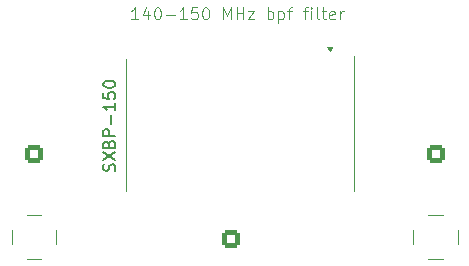
<source format=gto>
G04 #@! TF.GenerationSoftware,KiCad,Pcbnew,8.0.3*
G04 #@! TF.CreationDate,2024-07-11T10:58:03+02:00*
G04 #@! TF.ProjectId,145MHz_BPF,3134354d-487a-45f4-9250-462e6b696361,rev?*
G04 #@! TF.SameCoordinates,Original*
G04 #@! TF.FileFunction,Legend,Top*
G04 #@! TF.FilePolarity,Positive*
%FSLAX46Y46*%
G04 Gerber Fmt 4.6, Leading zero omitted, Abs format (unit mm)*
G04 Created by KiCad (PCBNEW 8.0.3) date 2024-07-11 10:58:03*
%MOMM*%
%LPD*%
G01*
G04 APERTURE LIST*
G04 Aperture macros list*
%AMRoundRect*
0 Rectangle with rounded corners*
0 $1 Rounding radius*
0 $2 $3 $4 $5 $6 $7 $8 $9 X,Y pos of 4 corners*
0 Add a 4 corners polygon primitive as box body*
4,1,4,$2,$3,$4,$5,$6,$7,$8,$9,$2,$3,0*
0 Add four circle primitives for the rounded corners*
1,1,$1+$1,$2,$3*
1,1,$1+$1,$4,$5*
1,1,$1+$1,$6,$7*
1,1,$1+$1,$8,$9*
0 Add four rect primitives between the rounded corners*
20,1,$1+$1,$2,$3,$4,$5,0*
20,1,$1+$1,$4,$5,$6,$7,0*
20,1,$1+$1,$6,$7,$8,$9,0*
20,1,$1+$1,$8,$9,$2,$3,0*%
G04 Aperture macros list end*
%ADD10C,0.150000*%
%ADD11C,0.100000*%
%ADD12C,0.120000*%
%ADD13R,1.524000X1.397000*%
%ADD14C,1.240000*%
%ADD15RoundRect,0.250000X-0.550000X-0.550000X0.550000X-0.550000X0.550000X0.550000X-0.550000X0.550000X0*%
G04 APERTURE END LIST*
D10*
X94822200Y-61210839D02*
X94869819Y-61067982D01*
X94869819Y-61067982D02*
X94869819Y-60829887D01*
X94869819Y-60829887D02*
X94822200Y-60734649D01*
X94822200Y-60734649D02*
X94774580Y-60687030D01*
X94774580Y-60687030D02*
X94679342Y-60639411D01*
X94679342Y-60639411D02*
X94584104Y-60639411D01*
X94584104Y-60639411D02*
X94488866Y-60687030D01*
X94488866Y-60687030D02*
X94441247Y-60734649D01*
X94441247Y-60734649D02*
X94393628Y-60829887D01*
X94393628Y-60829887D02*
X94346009Y-61020363D01*
X94346009Y-61020363D02*
X94298390Y-61115601D01*
X94298390Y-61115601D02*
X94250771Y-61163220D01*
X94250771Y-61163220D02*
X94155533Y-61210839D01*
X94155533Y-61210839D02*
X94060295Y-61210839D01*
X94060295Y-61210839D02*
X93965057Y-61163220D01*
X93965057Y-61163220D02*
X93917438Y-61115601D01*
X93917438Y-61115601D02*
X93869819Y-61020363D01*
X93869819Y-61020363D02*
X93869819Y-60782268D01*
X93869819Y-60782268D02*
X93917438Y-60639411D01*
X93869819Y-60306077D02*
X94869819Y-59639411D01*
X93869819Y-59639411D02*
X94869819Y-60306077D01*
X94346009Y-58925125D02*
X94393628Y-58782268D01*
X94393628Y-58782268D02*
X94441247Y-58734649D01*
X94441247Y-58734649D02*
X94536485Y-58687030D01*
X94536485Y-58687030D02*
X94679342Y-58687030D01*
X94679342Y-58687030D02*
X94774580Y-58734649D01*
X94774580Y-58734649D02*
X94822200Y-58782268D01*
X94822200Y-58782268D02*
X94869819Y-58877506D01*
X94869819Y-58877506D02*
X94869819Y-59258458D01*
X94869819Y-59258458D02*
X93869819Y-59258458D01*
X93869819Y-59258458D02*
X93869819Y-58925125D01*
X93869819Y-58925125D02*
X93917438Y-58829887D01*
X93917438Y-58829887D02*
X93965057Y-58782268D01*
X93965057Y-58782268D02*
X94060295Y-58734649D01*
X94060295Y-58734649D02*
X94155533Y-58734649D01*
X94155533Y-58734649D02*
X94250771Y-58782268D01*
X94250771Y-58782268D02*
X94298390Y-58829887D01*
X94298390Y-58829887D02*
X94346009Y-58925125D01*
X94346009Y-58925125D02*
X94346009Y-59258458D01*
X94869819Y-58258458D02*
X93869819Y-58258458D01*
X93869819Y-58258458D02*
X93869819Y-57877506D01*
X93869819Y-57877506D02*
X93917438Y-57782268D01*
X93917438Y-57782268D02*
X93965057Y-57734649D01*
X93965057Y-57734649D02*
X94060295Y-57687030D01*
X94060295Y-57687030D02*
X94203152Y-57687030D01*
X94203152Y-57687030D02*
X94298390Y-57734649D01*
X94298390Y-57734649D02*
X94346009Y-57782268D01*
X94346009Y-57782268D02*
X94393628Y-57877506D01*
X94393628Y-57877506D02*
X94393628Y-58258458D01*
X94488866Y-57258458D02*
X94488866Y-56496554D01*
X94869819Y-55496554D02*
X94869819Y-56067982D01*
X94869819Y-55782268D02*
X93869819Y-55782268D01*
X93869819Y-55782268D02*
X94012676Y-55877506D01*
X94012676Y-55877506D02*
X94107914Y-55972744D01*
X94107914Y-55972744D02*
X94155533Y-56067982D01*
X93869819Y-54591792D02*
X93869819Y-55067982D01*
X93869819Y-55067982D02*
X94346009Y-55115601D01*
X94346009Y-55115601D02*
X94298390Y-55067982D01*
X94298390Y-55067982D02*
X94250771Y-54972744D01*
X94250771Y-54972744D02*
X94250771Y-54734649D01*
X94250771Y-54734649D02*
X94298390Y-54639411D01*
X94298390Y-54639411D02*
X94346009Y-54591792D01*
X94346009Y-54591792D02*
X94441247Y-54544173D01*
X94441247Y-54544173D02*
X94679342Y-54544173D01*
X94679342Y-54544173D02*
X94774580Y-54591792D01*
X94774580Y-54591792D02*
X94822200Y-54639411D01*
X94822200Y-54639411D02*
X94869819Y-54734649D01*
X94869819Y-54734649D02*
X94869819Y-54972744D01*
X94869819Y-54972744D02*
X94822200Y-55067982D01*
X94822200Y-55067982D02*
X94774580Y-55115601D01*
X93869819Y-53925125D02*
X93869819Y-53829887D01*
X93869819Y-53829887D02*
X93917438Y-53734649D01*
X93917438Y-53734649D02*
X93965057Y-53687030D01*
X93965057Y-53687030D02*
X94060295Y-53639411D01*
X94060295Y-53639411D02*
X94250771Y-53591792D01*
X94250771Y-53591792D02*
X94488866Y-53591792D01*
X94488866Y-53591792D02*
X94679342Y-53639411D01*
X94679342Y-53639411D02*
X94774580Y-53687030D01*
X94774580Y-53687030D02*
X94822200Y-53734649D01*
X94822200Y-53734649D02*
X94869819Y-53829887D01*
X94869819Y-53829887D02*
X94869819Y-53925125D01*
X94869819Y-53925125D02*
X94822200Y-54020363D01*
X94822200Y-54020363D02*
X94774580Y-54067982D01*
X94774580Y-54067982D02*
X94679342Y-54115601D01*
X94679342Y-54115601D02*
X94488866Y-54163220D01*
X94488866Y-54163220D02*
X94250771Y-54163220D01*
X94250771Y-54163220D02*
X94060295Y-54115601D01*
X94060295Y-54115601D02*
X93965057Y-54067982D01*
X93965057Y-54067982D02*
X93917438Y-54020363D01*
X93917438Y-54020363D02*
X93869819Y-53925125D01*
D11*
X96827693Y-48372419D02*
X96256265Y-48372419D01*
X96541979Y-48372419D02*
X96541979Y-47372419D01*
X96541979Y-47372419D02*
X96446741Y-47515276D01*
X96446741Y-47515276D02*
X96351503Y-47610514D01*
X96351503Y-47610514D02*
X96256265Y-47658133D01*
X97684836Y-47705752D02*
X97684836Y-48372419D01*
X97446741Y-47324800D02*
X97208646Y-48039085D01*
X97208646Y-48039085D02*
X97827693Y-48039085D01*
X98399122Y-47372419D02*
X98494360Y-47372419D01*
X98494360Y-47372419D02*
X98589598Y-47420038D01*
X98589598Y-47420038D02*
X98637217Y-47467657D01*
X98637217Y-47467657D02*
X98684836Y-47562895D01*
X98684836Y-47562895D02*
X98732455Y-47753371D01*
X98732455Y-47753371D02*
X98732455Y-47991466D01*
X98732455Y-47991466D02*
X98684836Y-48181942D01*
X98684836Y-48181942D02*
X98637217Y-48277180D01*
X98637217Y-48277180D02*
X98589598Y-48324800D01*
X98589598Y-48324800D02*
X98494360Y-48372419D01*
X98494360Y-48372419D02*
X98399122Y-48372419D01*
X98399122Y-48372419D02*
X98303884Y-48324800D01*
X98303884Y-48324800D02*
X98256265Y-48277180D01*
X98256265Y-48277180D02*
X98208646Y-48181942D01*
X98208646Y-48181942D02*
X98161027Y-47991466D01*
X98161027Y-47991466D02*
X98161027Y-47753371D01*
X98161027Y-47753371D02*
X98208646Y-47562895D01*
X98208646Y-47562895D02*
X98256265Y-47467657D01*
X98256265Y-47467657D02*
X98303884Y-47420038D01*
X98303884Y-47420038D02*
X98399122Y-47372419D01*
X99161027Y-47991466D02*
X99922932Y-47991466D01*
X100922931Y-48372419D02*
X100351503Y-48372419D01*
X100637217Y-48372419D02*
X100637217Y-47372419D01*
X100637217Y-47372419D02*
X100541979Y-47515276D01*
X100541979Y-47515276D02*
X100446741Y-47610514D01*
X100446741Y-47610514D02*
X100351503Y-47658133D01*
X101827693Y-47372419D02*
X101351503Y-47372419D01*
X101351503Y-47372419D02*
X101303884Y-47848609D01*
X101303884Y-47848609D02*
X101351503Y-47800990D01*
X101351503Y-47800990D02*
X101446741Y-47753371D01*
X101446741Y-47753371D02*
X101684836Y-47753371D01*
X101684836Y-47753371D02*
X101780074Y-47800990D01*
X101780074Y-47800990D02*
X101827693Y-47848609D01*
X101827693Y-47848609D02*
X101875312Y-47943847D01*
X101875312Y-47943847D02*
X101875312Y-48181942D01*
X101875312Y-48181942D02*
X101827693Y-48277180D01*
X101827693Y-48277180D02*
X101780074Y-48324800D01*
X101780074Y-48324800D02*
X101684836Y-48372419D01*
X101684836Y-48372419D02*
X101446741Y-48372419D01*
X101446741Y-48372419D02*
X101351503Y-48324800D01*
X101351503Y-48324800D02*
X101303884Y-48277180D01*
X102494360Y-47372419D02*
X102589598Y-47372419D01*
X102589598Y-47372419D02*
X102684836Y-47420038D01*
X102684836Y-47420038D02*
X102732455Y-47467657D01*
X102732455Y-47467657D02*
X102780074Y-47562895D01*
X102780074Y-47562895D02*
X102827693Y-47753371D01*
X102827693Y-47753371D02*
X102827693Y-47991466D01*
X102827693Y-47991466D02*
X102780074Y-48181942D01*
X102780074Y-48181942D02*
X102732455Y-48277180D01*
X102732455Y-48277180D02*
X102684836Y-48324800D01*
X102684836Y-48324800D02*
X102589598Y-48372419D01*
X102589598Y-48372419D02*
X102494360Y-48372419D01*
X102494360Y-48372419D02*
X102399122Y-48324800D01*
X102399122Y-48324800D02*
X102351503Y-48277180D01*
X102351503Y-48277180D02*
X102303884Y-48181942D01*
X102303884Y-48181942D02*
X102256265Y-47991466D01*
X102256265Y-47991466D02*
X102256265Y-47753371D01*
X102256265Y-47753371D02*
X102303884Y-47562895D01*
X102303884Y-47562895D02*
X102351503Y-47467657D01*
X102351503Y-47467657D02*
X102399122Y-47420038D01*
X102399122Y-47420038D02*
X102494360Y-47372419D01*
X104018170Y-48372419D02*
X104018170Y-47372419D01*
X104018170Y-47372419D02*
X104351503Y-48086704D01*
X104351503Y-48086704D02*
X104684836Y-47372419D01*
X104684836Y-47372419D02*
X104684836Y-48372419D01*
X105161027Y-48372419D02*
X105161027Y-47372419D01*
X105161027Y-47848609D02*
X105732455Y-47848609D01*
X105732455Y-48372419D02*
X105732455Y-47372419D01*
X106113408Y-47705752D02*
X106637217Y-47705752D01*
X106637217Y-47705752D02*
X106113408Y-48372419D01*
X106113408Y-48372419D02*
X106637217Y-48372419D01*
X107780075Y-48372419D02*
X107780075Y-47372419D01*
X107780075Y-47753371D02*
X107875313Y-47705752D01*
X107875313Y-47705752D02*
X108065789Y-47705752D01*
X108065789Y-47705752D02*
X108161027Y-47753371D01*
X108161027Y-47753371D02*
X108208646Y-47800990D01*
X108208646Y-47800990D02*
X108256265Y-47896228D01*
X108256265Y-47896228D02*
X108256265Y-48181942D01*
X108256265Y-48181942D02*
X108208646Y-48277180D01*
X108208646Y-48277180D02*
X108161027Y-48324800D01*
X108161027Y-48324800D02*
X108065789Y-48372419D01*
X108065789Y-48372419D02*
X107875313Y-48372419D01*
X107875313Y-48372419D02*
X107780075Y-48324800D01*
X108684837Y-47705752D02*
X108684837Y-48705752D01*
X108684837Y-47753371D02*
X108780075Y-47705752D01*
X108780075Y-47705752D02*
X108970551Y-47705752D01*
X108970551Y-47705752D02*
X109065789Y-47753371D01*
X109065789Y-47753371D02*
X109113408Y-47800990D01*
X109113408Y-47800990D02*
X109161027Y-47896228D01*
X109161027Y-47896228D02*
X109161027Y-48181942D01*
X109161027Y-48181942D02*
X109113408Y-48277180D01*
X109113408Y-48277180D02*
X109065789Y-48324800D01*
X109065789Y-48324800D02*
X108970551Y-48372419D01*
X108970551Y-48372419D02*
X108780075Y-48372419D01*
X108780075Y-48372419D02*
X108684837Y-48324800D01*
X109446742Y-47705752D02*
X109827694Y-47705752D01*
X109589599Y-48372419D02*
X109589599Y-47515276D01*
X109589599Y-47515276D02*
X109637218Y-47420038D01*
X109637218Y-47420038D02*
X109732456Y-47372419D01*
X109732456Y-47372419D02*
X109827694Y-47372419D01*
X110780076Y-47705752D02*
X111161028Y-47705752D01*
X110922933Y-48372419D02*
X110922933Y-47515276D01*
X110922933Y-47515276D02*
X110970552Y-47420038D01*
X110970552Y-47420038D02*
X111065790Y-47372419D01*
X111065790Y-47372419D02*
X111161028Y-47372419D01*
X111494362Y-48372419D02*
X111494362Y-47705752D01*
X111494362Y-47372419D02*
X111446743Y-47420038D01*
X111446743Y-47420038D02*
X111494362Y-47467657D01*
X111494362Y-47467657D02*
X111541981Y-47420038D01*
X111541981Y-47420038D02*
X111494362Y-47372419D01*
X111494362Y-47372419D02*
X111494362Y-47467657D01*
X112113409Y-48372419D02*
X112018171Y-48324800D01*
X112018171Y-48324800D02*
X111970552Y-48229561D01*
X111970552Y-48229561D02*
X111970552Y-47372419D01*
X112351505Y-47705752D02*
X112732457Y-47705752D01*
X112494362Y-47372419D02*
X112494362Y-48229561D01*
X112494362Y-48229561D02*
X112541981Y-48324800D01*
X112541981Y-48324800D02*
X112637219Y-48372419D01*
X112637219Y-48372419D02*
X112732457Y-48372419D01*
X113446743Y-48324800D02*
X113351505Y-48372419D01*
X113351505Y-48372419D02*
X113161029Y-48372419D01*
X113161029Y-48372419D02*
X113065791Y-48324800D01*
X113065791Y-48324800D02*
X113018172Y-48229561D01*
X113018172Y-48229561D02*
X113018172Y-47848609D01*
X113018172Y-47848609D02*
X113065791Y-47753371D01*
X113065791Y-47753371D02*
X113161029Y-47705752D01*
X113161029Y-47705752D02*
X113351505Y-47705752D01*
X113351505Y-47705752D02*
X113446743Y-47753371D01*
X113446743Y-47753371D02*
X113494362Y-47848609D01*
X113494362Y-47848609D02*
X113494362Y-47943847D01*
X113494362Y-47943847D02*
X113018172Y-48039085D01*
X113922934Y-48372419D02*
X113922934Y-47705752D01*
X113922934Y-47896228D02*
X113970553Y-47800990D01*
X113970553Y-47800990D02*
X114018172Y-47753371D01*
X114018172Y-47753371D02*
X114113410Y-47705752D01*
X114113410Y-47705752D02*
X114208648Y-47705752D01*
D12*
X95808000Y-62953000D02*
X95808000Y-51777000D01*
X115112000Y-62953000D02*
X115112000Y-51523000D01*
X113030000Y-51055000D02*
X112790000Y-50719000D01*
X113270000Y-50719000D01*
X113030000Y-51055000D01*
G36*
X113030000Y-51055000D02*
G01*
X112790000Y-50719000D01*
X113270000Y-50719000D01*
X113030000Y-51055000D01*
G37*
X120130000Y-66180000D02*
X120130000Y-67420000D01*
X122620000Y-64930000D02*
X121380000Y-64930000D01*
X122620000Y-68670000D02*
X121380000Y-68670000D01*
X123870000Y-66180000D02*
X123870000Y-67420000D01*
X86130000Y-66180000D02*
X86130000Y-67420000D01*
X88620000Y-64930000D02*
X87380000Y-64930000D01*
X88620000Y-68670000D02*
X87380000Y-68670000D01*
X89870000Y-66180000D02*
X89870000Y-67420000D01*
%LPC*%
D13*
X113080000Y-52094500D03*
X113080000Y-62635500D03*
X108000000Y-52094500D03*
X108000000Y-62635500D03*
X102920000Y-52094500D03*
X102920000Y-62635500D03*
X97840000Y-52094500D03*
X97840000Y-62635500D03*
D14*
X122000000Y-66800000D03*
X120730000Y-68070000D03*
X123270000Y-68070000D03*
X120730000Y-65530000D03*
X123270000Y-65530000D03*
D15*
X104700000Y-67000000D03*
X122000000Y-59800000D03*
X88000000Y-59800000D03*
D14*
X88000000Y-66800000D03*
X86730000Y-68070000D03*
X89270000Y-68070000D03*
X86730000Y-65530000D03*
X89270000Y-65530000D03*
%LPD*%
M02*

</source>
